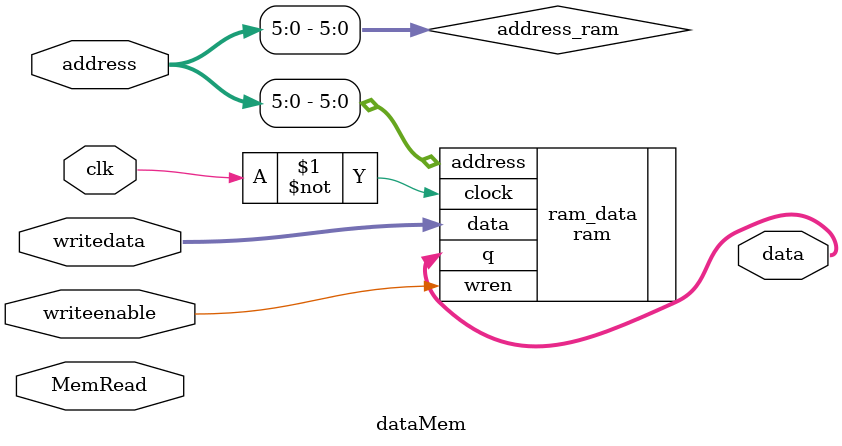
<source format=sv>
`timescale 1 ps / 100 fs
module dataMem(data, address, writedata, writeenable,MemRead,clk);

input [31:0] address, writedata;
input writeenable,MemRead, clk;
output [31:0] data;
logic [5:0] address_ram;
assign address_ram = address[5:0]; //adjust to address size

ram ram_data (
	.address ( address_ram ),
	.clock ( ~clk ),
	.data ( writedata ),
	.wren ( writeenable ),
	.q ( data )
	);

endmodule
</source>
